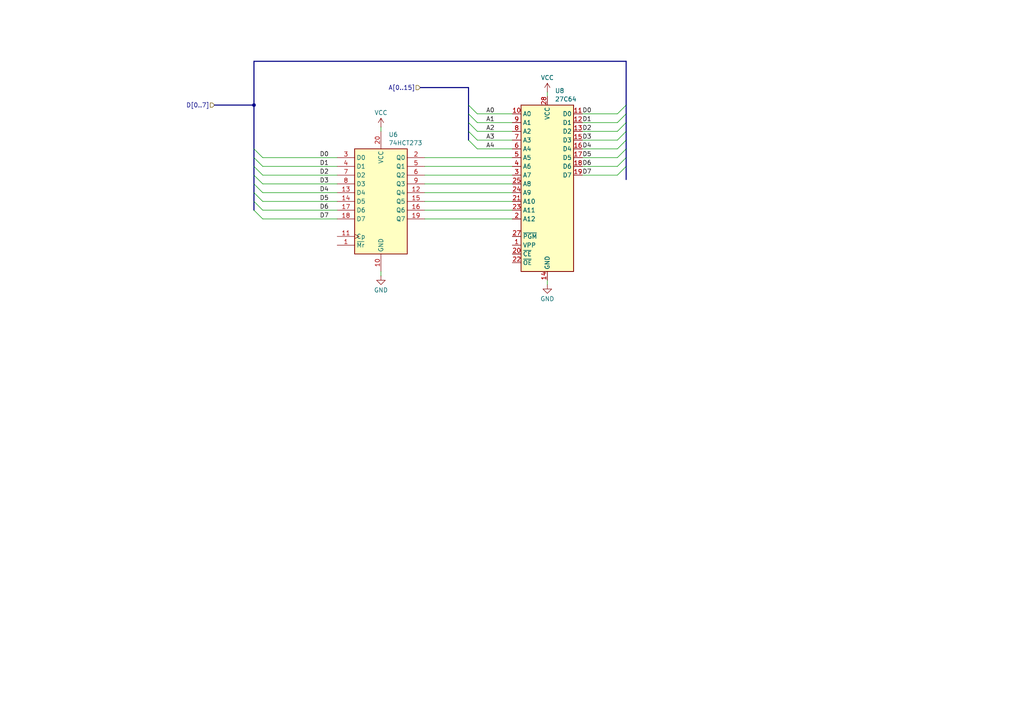
<source format=kicad_sch>
(kicad_sch
	(version 20250114)
	(generator "eeschema")
	(generator_version "9.0")
	(uuid "55a327ac-bdb0-4462-9316-9d92709fbd39")
	(paper "A4")
	(lib_symbols
		(symbol "74xx:74HCT273"
			(exclude_from_sim no)
			(in_bom yes)
			(on_board yes)
			(property "Reference" "U"
				(at -7.62 16.51 0)
				(effects
					(font
						(size 1.27 1.27)
					)
				)
			)
			(property "Value" "74HCT273"
				(at -7.62 -16.51 0)
				(effects
					(font
						(size 1.27 1.27)
					)
				)
			)
			(property "Footprint" ""
				(at 0 0 0)
				(effects
					(font
						(size 1.27 1.27)
					)
					(hide yes)
				)
			)
			(property "Datasheet" "https://assets.nexperia.com/documents/data-sheet/74HC_HCT273.pdf"
				(at 0 0 0)
				(effects
					(font
						(size 1.27 1.27)
					)
					(hide yes)
				)
			)
			(property "Description" "8-bit D Flip-Flop, reset"
				(at 0 0 0)
				(effects
					(font
						(size 1.27 1.27)
					)
					(hide yes)
				)
			)
			(property "ki_keywords" "HCTMOS DFF DFF8"
				(at 0 0 0)
				(effects
					(font
						(size 1.27 1.27)
					)
					(hide yes)
				)
			)
			(property "ki_fp_filters" "DIP?20* SO?20* SOIC?20*"
				(at 0 0 0)
				(effects
					(font
						(size 1.27 1.27)
					)
					(hide yes)
				)
			)
			(symbol "74HCT273_1_0"
				(pin input line
					(at -12.7 12.7 0)
					(length 5.08)
					(name "D0"
						(effects
							(font
								(size 1.27 1.27)
							)
						)
					)
					(number "3"
						(effects
							(font
								(size 1.27 1.27)
							)
						)
					)
				)
				(pin input line
					(at -12.7 10.16 0)
					(length 5.08)
					(name "D1"
						(effects
							(font
								(size 1.27 1.27)
							)
						)
					)
					(number "4"
						(effects
							(font
								(size 1.27 1.27)
							)
						)
					)
				)
				(pin input line
					(at -12.7 7.62 0)
					(length 5.08)
					(name "D2"
						(effects
							(font
								(size 1.27 1.27)
							)
						)
					)
					(number "7"
						(effects
							(font
								(size 1.27 1.27)
							)
						)
					)
				)
				(pin input line
					(at -12.7 5.08 0)
					(length 5.08)
					(name "D3"
						(effects
							(font
								(size 1.27 1.27)
							)
						)
					)
					(number "8"
						(effects
							(font
								(size 1.27 1.27)
							)
						)
					)
				)
				(pin input line
					(at -12.7 2.54 0)
					(length 5.08)
					(name "D4"
						(effects
							(font
								(size 1.27 1.27)
							)
						)
					)
					(number "13"
						(effects
							(font
								(size 1.27 1.27)
							)
						)
					)
				)
				(pin input line
					(at -12.7 0 0)
					(length 5.08)
					(name "D5"
						(effects
							(font
								(size 1.27 1.27)
							)
						)
					)
					(number "14"
						(effects
							(font
								(size 1.27 1.27)
							)
						)
					)
				)
				(pin input line
					(at -12.7 -2.54 0)
					(length 5.08)
					(name "D6"
						(effects
							(font
								(size 1.27 1.27)
							)
						)
					)
					(number "17"
						(effects
							(font
								(size 1.27 1.27)
							)
						)
					)
				)
				(pin input line
					(at -12.7 -5.08 0)
					(length 5.08)
					(name "D7"
						(effects
							(font
								(size 1.27 1.27)
							)
						)
					)
					(number "18"
						(effects
							(font
								(size 1.27 1.27)
							)
						)
					)
				)
				(pin input clock
					(at -12.7 -10.16 0)
					(length 5.08)
					(name "Cp"
						(effects
							(font
								(size 1.27 1.27)
							)
						)
					)
					(number "11"
						(effects
							(font
								(size 1.27 1.27)
							)
						)
					)
				)
				(pin input line
					(at -12.7 -12.7 0)
					(length 5.08)
					(name "~{Mr}"
						(effects
							(font
								(size 1.27 1.27)
							)
						)
					)
					(number "1"
						(effects
							(font
								(size 1.27 1.27)
							)
						)
					)
				)
				(pin power_in line
					(at 0 20.32 270)
					(length 5.08)
					(name "VCC"
						(effects
							(font
								(size 1.27 1.27)
							)
						)
					)
					(number "20"
						(effects
							(font
								(size 1.27 1.27)
							)
						)
					)
				)
				(pin power_in line
					(at 0 -20.32 90)
					(length 5.08)
					(name "GND"
						(effects
							(font
								(size 1.27 1.27)
							)
						)
					)
					(number "10"
						(effects
							(font
								(size 1.27 1.27)
							)
						)
					)
				)
				(pin output line
					(at 12.7 12.7 180)
					(length 5.08)
					(name "Q0"
						(effects
							(font
								(size 1.27 1.27)
							)
						)
					)
					(number "2"
						(effects
							(font
								(size 1.27 1.27)
							)
						)
					)
				)
				(pin output line
					(at 12.7 10.16 180)
					(length 5.08)
					(name "Q1"
						(effects
							(font
								(size 1.27 1.27)
							)
						)
					)
					(number "5"
						(effects
							(font
								(size 1.27 1.27)
							)
						)
					)
				)
				(pin output line
					(at 12.7 7.62 180)
					(length 5.08)
					(name "Q2"
						(effects
							(font
								(size 1.27 1.27)
							)
						)
					)
					(number "6"
						(effects
							(font
								(size 1.27 1.27)
							)
						)
					)
				)
				(pin output line
					(at 12.7 5.08 180)
					(length 5.08)
					(name "Q3"
						(effects
							(font
								(size 1.27 1.27)
							)
						)
					)
					(number "9"
						(effects
							(font
								(size 1.27 1.27)
							)
						)
					)
				)
				(pin output line
					(at 12.7 2.54 180)
					(length 5.08)
					(name "Q4"
						(effects
							(font
								(size 1.27 1.27)
							)
						)
					)
					(number "12"
						(effects
							(font
								(size 1.27 1.27)
							)
						)
					)
				)
				(pin output line
					(at 12.7 0 180)
					(length 5.08)
					(name "Q5"
						(effects
							(font
								(size 1.27 1.27)
							)
						)
					)
					(number "15"
						(effects
							(font
								(size 1.27 1.27)
							)
						)
					)
				)
				(pin output line
					(at 12.7 -2.54 180)
					(length 5.08)
					(name "Q6"
						(effects
							(font
								(size 1.27 1.27)
							)
						)
					)
					(number "16"
						(effects
							(font
								(size 1.27 1.27)
							)
						)
					)
				)
				(pin output line
					(at 12.7 -5.08 180)
					(length 5.08)
					(name "Q7"
						(effects
							(font
								(size 1.27 1.27)
							)
						)
					)
					(number "19"
						(effects
							(font
								(size 1.27 1.27)
							)
						)
					)
				)
			)
			(symbol "74HCT273_1_1"
				(rectangle
					(start -7.62 15.24)
					(end 7.62 -15.24)
					(stroke
						(width 0.254)
						(type default)
					)
					(fill
						(type background)
					)
				)
			)
			(embedded_fonts no)
		)
		(symbol "Memory_EPROM:27C64"
			(exclude_from_sim no)
			(in_bom yes)
			(on_board yes)
			(property "Reference" "U"
				(at -7.62 24.13 0)
				(effects
					(font
						(size 1.27 1.27)
					)
				)
			)
			(property "Value" "27C64"
				(at 2.54 -26.67 0)
				(effects
					(font
						(size 1.27 1.27)
					)
					(justify left)
				)
			)
			(property "Footprint" "Package_DIP:DIP-28_W15.24mm"
				(at 0 0 0)
				(effects
					(font
						(size 1.27 1.27)
					)
					(hide yes)
				)
			)
			(property "Datasheet" "http://ww1.microchip.com/downloads/en/DeviceDoc/11107M.pdf"
				(at 0 0 0)
				(effects
					(font
						(size 1.27 1.27)
					)
					(hide yes)
				)
			)
			(property "Description" "OTP EPROM 64 KiBit, [Obsolete 2004-01]"
				(at 0 0 0)
				(effects
					(font
						(size 1.27 1.27)
					)
					(hide yes)
				)
			)
			(property "ki_keywords" "OTP EPROM 64KiBit"
				(at 0 0 0)
				(effects
					(font
						(size 1.27 1.27)
					)
					(hide yes)
				)
			)
			(property "ki_fp_filters" "DIP*W15.24mm*"
				(at 0 0 0)
				(effects
					(font
						(size 1.27 1.27)
					)
					(hide yes)
				)
			)
			(symbol "27C64_1_1"
				(rectangle
					(start -7.62 22.86)
					(end 7.62 -25.4)
					(stroke
						(width 0.254)
						(type default)
					)
					(fill
						(type background)
					)
				)
				(pin input line
					(at -10.16 20.32 0)
					(length 2.54)
					(name "A0"
						(effects
							(font
								(size 1.27 1.27)
							)
						)
					)
					(number "10"
						(effects
							(font
								(size 1.27 1.27)
							)
						)
					)
				)
				(pin input line
					(at -10.16 17.78 0)
					(length 2.54)
					(name "A1"
						(effects
							(font
								(size 1.27 1.27)
							)
						)
					)
					(number "9"
						(effects
							(font
								(size 1.27 1.27)
							)
						)
					)
				)
				(pin input line
					(at -10.16 15.24 0)
					(length 2.54)
					(name "A2"
						(effects
							(font
								(size 1.27 1.27)
							)
						)
					)
					(number "8"
						(effects
							(font
								(size 1.27 1.27)
							)
						)
					)
				)
				(pin input line
					(at -10.16 12.7 0)
					(length 2.54)
					(name "A3"
						(effects
							(font
								(size 1.27 1.27)
							)
						)
					)
					(number "7"
						(effects
							(font
								(size 1.27 1.27)
							)
						)
					)
				)
				(pin input line
					(at -10.16 10.16 0)
					(length 2.54)
					(name "A4"
						(effects
							(font
								(size 1.27 1.27)
							)
						)
					)
					(number "6"
						(effects
							(font
								(size 1.27 1.27)
							)
						)
					)
				)
				(pin input line
					(at -10.16 7.62 0)
					(length 2.54)
					(name "A5"
						(effects
							(font
								(size 1.27 1.27)
							)
						)
					)
					(number "5"
						(effects
							(font
								(size 1.27 1.27)
							)
						)
					)
				)
				(pin input line
					(at -10.16 5.08 0)
					(length 2.54)
					(name "A6"
						(effects
							(font
								(size 1.27 1.27)
							)
						)
					)
					(number "4"
						(effects
							(font
								(size 1.27 1.27)
							)
						)
					)
				)
				(pin input line
					(at -10.16 2.54 0)
					(length 2.54)
					(name "A7"
						(effects
							(font
								(size 1.27 1.27)
							)
						)
					)
					(number "3"
						(effects
							(font
								(size 1.27 1.27)
							)
						)
					)
				)
				(pin input line
					(at -10.16 0 0)
					(length 2.54)
					(name "A8"
						(effects
							(font
								(size 1.27 1.27)
							)
						)
					)
					(number "25"
						(effects
							(font
								(size 1.27 1.27)
							)
						)
					)
				)
				(pin input line
					(at -10.16 -2.54 0)
					(length 2.54)
					(name "A9"
						(effects
							(font
								(size 1.27 1.27)
							)
						)
					)
					(number "24"
						(effects
							(font
								(size 1.27 1.27)
							)
						)
					)
				)
				(pin input line
					(at -10.16 -5.08 0)
					(length 2.54)
					(name "A10"
						(effects
							(font
								(size 1.27 1.27)
							)
						)
					)
					(number "21"
						(effects
							(font
								(size 1.27 1.27)
							)
						)
					)
				)
				(pin input line
					(at -10.16 -7.62 0)
					(length 2.54)
					(name "A11"
						(effects
							(font
								(size 1.27 1.27)
							)
						)
					)
					(number "23"
						(effects
							(font
								(size 1.27 1.27)
							)
						)
					)
				)
				(pin input line
					(at -10.16 -10.16 0)
					(length 2.54)
					(name "A12"
						(effects
							(font
								(size 1.27 1.27)
							)
						)
					)
					(number "2"
						(effects
							(font
								(size 1.27 1.27)
							)
						)
					)
				)
				(pin input line
					(at -10.16 -15.24 0)
					(length 2.54)
					(name "~{PGM}"
						(effects
							(font
								(size 1.27 1.27)
							)
						)
					)
					(number "27"
						(effects
							(font
								(size 1.27 1.27)
							)
						)
					)
				)
				(pin input line
					(at -10.16 -17.78 0)
					(length 2.54)
					(name "VPP"
						(effects
							(font
								(size 1.27 1.27)
							)
						)
					)
					(number "1"
						(effects
							(font
								(size 1.27 1.27)
							)
						)
					)
				)
				(pin input line
					(at -10.16 -20.32 0)
					(length 2.54)
					(name "~{CE}"
						(effects
							(font
								(size 1.27 1.27)
							)
						)
					)
					(number "20"
						(effects
							(font
								(size 1.27 1.27)
							)
						)
					)
				)
				(pin input line
					(at -10.16 -22.86 0)
					(length 2.54)
					(name "~{OE}"
						(effects
							(font
								(size 1.27 1.27)
							)
						)
					)
					(number "22"
						(effects
							(font
								(size 1.27 1.27)
							)
						)
					)
				)
				(pin power_in line
					(at 0 25.4 270)
					(length 2.54)
					(name "VCC"
						(effects
							(font
								(size 1.27 1.27)
							)
						)
					)
					(number "28"
						(effects
							(font
								(size 1.27 1.27)
							)
						)
					)
				)
				(pin power_in line
					(at 0 -27.94 90)
					(length 2.54)
					(name "GND"
						(effects
							(font
								(size 1.27 1.27)
							)
						)
					)
					(number "14"
						(effects
							(font
								(size 1.27 1.27)
							)
						)
					)
				)
				(pin no_connect line
					(at 7.62 0 180)
					(length 2.54)
					(hide yes)
					(name "NC"
						(effects
							(font
								(size 1.27 1.27)
							)
						)
					)
					(number "26"
						(effects
							(font
								(size 1.27 1.27)
							)
						)
					)
				)
				(pin tri_state line
					(at 10.16 20.32 180)
					(length 2.54)
					(name "D0"
						(effects
							(font
								(size 1.27 1.27)
							)
						)
					)
					(number "11"
						(effects
							(font
								(size 1.27 1.27)
							)
						)
					)
				)
				(pin tri_state line
					(at 10.16 17.78 180)
					(length 2.54)
					(name "D1"
						(effects
							(font
								(size 1.27 1.27)
							)
						)
					)
					(number "12"
						(effects
							(font
								(size 1.27 1.27)
							)
						)
					)
				)
				(pin tri_state line
					(at 10.16 15.24 180)
					(length 2.54)
					(name "D2"
						(effects
							(font
								(size 1.27 1.27)
							)
						)
					)
					(number "13"
						(effects
							(font
								(size 1.27 1.27)
							)
						)
					)
				)
				(pin tri_state line
					(at 10.16 12.7 180)
					(length 2.54)
					(name "D3"
						(effects
							(font
								(size 1.27 1.27)
							)
						)
					)
					(number "15"
						(effects
							(font
								(size 1.27 1.27)
							)
						)
					)
				)
				(pin tri_state line
					(at 10.16 10.16 180)
					(length 2.54)
					(name "D4"
						(effects
							(font
								(size 1.27 1.27)
							)
						)
					)
					(number "16"
						(effects
							(font
								(size 1.27 1.27)
							)
						)
					)
				)
				(pin tri_state line
					(at 10.16 7.62 180)
					(length 2.54)
					(name "D5"
						(effects
							(font
								(size 1.27 1.27)
							)
						)
					)
					(number "17"
						(effects
							(font
								(size 1.27 1.27)
							)
						)
					)
				)
				(pin tri_state line
					(at 10.16 5.08 180)
					(length 2.54)
					(name "D6"
						(effects
							(font
								(size 1.27 1.27)
							)
						)
					)
					(number "18"
						(effects
							(font
								(size 1.27 1.27)
							)
						)
					)
				)
				(pin tri_state line
					(at 10.16 2.54 180)
					(length 2.54)
					(name "D7"
						(effects
							(font
								(size 1.27 1.27)
							)
						)
					)
					(number "19"
						(effects
							(font
								(size 1.27 1.27)
							)
						)
					)
				)
			)
			(embedded_fonts no)
		)
		(symbol "power:GND"
			(power)
			(pin_numbers
				(hide yes)
			)
			(pin_names
				(offset 0)
				(hide yes)
			)
			(exclude_from_sim no)
			(in_bom yes)
			(on_board yes)
			(property "Reference" "#PWR"
				(at 0 -6.35 0)
				(effects
					(font
						(size 1.27 1.27)
					)
					(hide yes)
				)
			)
			(property "Value" "GND"
				(at 0 -3.81 0)
				(effects
					(font
						(size 1.27 1.27)
					)
				)
			)
			(property "Footprint" ""
				(at 0 0 0)
				(effects
					(font
						(size 1.27 1.27)
					)
					(hide yes)
				)
			)
			(property "Datasheet" ""
				(at 0 0 0)
				(effects
					(font
						(size 1.27 1.27)
					)
					(hide yes)
				)
			)
			(property "Description" "Power symbol creates a global label with name \"GND\" , ground"
				(at 0 0 0)
				(effects
					(font
						(size 1.27 1.27)
					)
					(hide yes)
				)
			)
			(property "ki_keywords" "global power"
				(at 0 0 0)
				(effects
					(font
						(size 1.27 1.27)
					)
					(hide yes)
				)
			)
			(symbol "GND_0_1"
				(polyline
					(pts
						(xy 0 0) (xy 0 -1.27) (xy 1.27 -1.27) (xy 0 -2.54) (xy -1.27 -1.27) (xy 0 -1.27)
					)
					(stroke
						(width 0)
						(type default)
					)
					(fill
						(type none)
					)
				)
			)
			(symbol "GND_1_1"
				(pin power_in line
					(at 0 0 270)
					(length 0)
					(name "~"
						(effects
							(font
								(size 1.27 1.27)
							)
						)
					)
					(number "1"
						(effects
							(font
								(size 1.27 1.27)
							)
						)
					)
				)
			)
			(embedded_fonts no)
		)
		(symbol "power:VCC"
			(power)
			(pin_numbers
				(hide yes)
			)
			(pin_names
				(offset 0)
				(hide yes)
			)
			(exclude_from_sim no)
			(in_bom yes)
			(on_board yes)
			(property "Reference" "#PWR"
				(at 0 -3.81 0)
				(effects
					(font
						(size 1.27 1.27)
					)
					(hide yes)
				)
			)
			(property "Value" "VCC"
				(at 0 3.556 0)
				(effects
					(font
						(size 1.27 1.27)
					)
				)
			)
			(property "Footprint" ""
				(at 0 0 0)
				(effects
					(font
						(size 1.27 1.27)
					)
					(hide yes)
				)
			)
			(property "Datasheet" ""
				(at 0 0 0)
				(effects
					(font
						(size 1.27 1.27)
					)
					(hide yes)
				)
			)
			(property "Description" "Power symbol creates a global label with name \"VCC\""
				(at 0 0 0)
				(effects
					(font
						(size 1.27 1.27)
					)
					(hide yes)
				)
			)
			(property "ki_keywords" "global power"
				(at 0 0 0)
				(effects
					(font
						(size 1.27 1.27)
					)
					(hide yes)
				)
			)
			(symbol "VCC_0_1"
				(polyline
					(pts
						(xy -0.762 1.27) (xy 0 2.54)
					)
					(stroke
						(width 0)
						(type default)
					)
					(fill
						(type none)
					)
				)
				(polyline
					(pts
						(xy 0 2.54) (xy 0.762 1.27)
					)
					(stroke
						(width 0)
						(type default)
					)
					(fill
						(type none)
					)
				)
				(polyline
					(pts
						(xy 0 0) (xy 0 2.54)
					)
					(stroke
						(width 0)
						(type default)
					)
					(fill
						(type none)
					)
				)
			)
			(symbol "VCC_1_1"
				(pin power_in line
					(at 0 0 90)
					(length 0)
					(name "~"
						(effects
							(font
								(size 1.27 1.27)
							)
						)
					)
					(number "1"
						(effects
							(font
								(size 1.27 1.27)
							)
						)
					)
				)
			)
			(embedded_fonts no)
		)
	)
	(junction
		(at 73.66 30.48)
		(diameter 0)
		(color 0 0 0 0)
		(uuid "5dc3b9e2-be59-4425-ab11-72476b45cdbf")
	)
	(bus_entry
		(at 181.61 40.64)
		(size -2.54 2.54)
		(stroke
			(width 0)
			(type default)
		)
		(uuid "1139f042-417a-4295-ac27-32525ee99911")
	)
	(bus_entry
		(at 73.66 45.72)
		(size 2.54 2.54)
		(stroke
			(width 0)
			(type default)
		)
		(uuid "1a037c52-5f2f-43cb-ba2b-73b52bdc0068")
	)
	(bus_entry
		(at 73.66 48.26)
		(size 2.54 2.54)
		(stroke
			(width 0)
			(type default)
		)
		(uuid "3213cfe7-49cb-41bb-88d5-2f7fe840cb10")
	)
	(bus_entry
		(at 73.66 50.8)
		(size 2.54 2.54)
		(stroke
			(width 0)
			(type default)
		)
		(uuid "32553a8c-e7c7-4f89-8b6b-054424ab1d7a")
	)
	(bus_entry
		(at 135.89 40.64)
		(size 2.54 2.54)
		(stroke
			(width 0)
			(type default)
		)
		(uuid "55b2beee-bd00-4702-8d9e-5c455d4145c0")
	)
	(bus_entry
		(at 73.66 60.96)
		(size 2.54 2.54)
		(stroke
			(width 0)
			(type default)
		)
		(uuid "565b919f-aaba-4b32-a297-c4152a974123")
	)
	(bus_entry
		(at 73.66 43.18)
		(size 2.54 2.54)
		(stroke
			(width 0)
			(type default)
		)
		(uuid "5ba68943-ca90-433f-bca4-679731b7e9ee")
	)
	(bus_entry
		(at 73.66 53.34)
		(size 2.54 2.54)
		(stroke
			(width 0)
			(type default)
		)
		(uuid "7acbd756-6476-49d5-99c8-da52d3f5d609")
	)
	(bus_entry
		(at 181.61 30.48)
		(size -2.54 2.54)
		(stroke
			(width 0)
			(type default)
		)
		(uuid "824bf5c2-d00d-4629-9e63-5425b4d55d4a")
	)
	(bus_entry
		(at 181.61 43.18)
		(size -2.54 2.54)
		(stroke
			(width 0)
			(type default)
		)
		(uuid "8ef8d8f9-6fb8-4244-87ea-526a90548d30")
	)
	(bus_entry
		(at 73.66 55.88)
		(size 2.54 2.54)
		(stroke
			(width 0)
			(type default)
		)
		(uuid "904592cc-b10f-4159-a52c-6e4ab6c661d0")
	)
	(bus_entry
		(at 135.89 35.56)
		(size 2.54 2.54)
		(stroke
			(width 0)
			(type default)
		)
		(uuid "90b0f84f-6f82-45f3-b430-c9a72548f7c0")
	)
	(bus_entry
		(at 135.89 30.48)
		(size 2.54 2.54)
		(stroke
			(width 0)
			(type default)
		)
		(uuid "b5692480-5d2b-49c9-bf55-cc59870851a4")
	)
	(bus_entry
		(at 181.61 38.1)
		(size -2.54 2.54)
		(stroke
			(width 0)
			(type default)
		)
		(uuid "c623af46-c6eb-4371-a371-1c1aff9a6ff9")
	)
	(bus_entry
		(at 181.61 33.02)
		(size -2.54 2.54)
		(stroke
			(width 0)
			(type default)
		)
		(uuid "d2f60576-e33d-4788-bfd7-89010b6491c6")
	)
	(bus_entry
		(at 181.61 48.26)
		(size -2.54 2.54)
		(stroke
			(width 0)
			(type default)
		)
		(uuid "d3fabcf0-3b13-4e1c-ab42-086d103311f2")
	)
	(bus_entry
		(at 135.89 38.1)
		(size 2.54 2.54)
		(stroke
			(width 0)
			(type default)
		)
		(uuid "e2bf4131-f3b6-4ad4-9fcd-72c4ae4adaa2")
	)
	(bus_entry
		(at 73.66 58.42)
		(size 2.54 2.54)
		(stroke
			(width 0)
			(type default)
		)
		(uuid "e33db34c-f0fd-47b9-8656-b8e7d3dbb8ee")
	)
	(bus_entry
		(at 181.61 45.72)
		(size -2.54 2.54)
		(stroke
			(width 0)
			(type default)
		)
		(uuid "ee5654d2-5e0f-4bb5-bb94-74c2bad0558d")
	)
	(bus_entry
		(at 135.89 33.02)
		(size 2.54 2.54)
		(stroke
			(width 0)
			(type default)
		)
		(uuid "f3a3d334-bc6d-4bf3-825b-8434bad9d960")
	)
	(bus_entry
		(at 181.61 35.56)
		(size -2.54 2.54)
		(stroke
			(width 0)
			(type default)
		)
		(uuid "fb40b062-a420-4139-8c29-b3a4a29633d8")
	)
	(wire
		(pts
			(xy 123.19 50.8) (xy 148.59 50.8)
		)
		(stroke
			(width 0)
			(type default)
		)
		(uuid "001b235b-db7f-4769-8976-c17722413685")
	)
	(wire
		(pts
			(xy 123.19 58.42) (xy 148.59 58.42)
		)
		(stroke
			(width 0)
			(type default)
		)
		(uuid "0436568b-a316-4e33-bd05-71e19255c689")
	)
	(wire
		(pts
			(xy 76.2 58.42) (xy 97.79 58.42)
		)
		(stroke
			(width 0)
			(type default)
		)
		(uuid "047d5b93-548f-4fe8-ad04-93042a0b520d")
	)
	(bus
		(pts
			(xy 121.92 25.4) (xy 135.89 25.4)
		)
		(stroke
			(width 0)
			(type default)
		)
		(uuid "05281e19-f6d2-4348-be63-97a6b247ac77")
	)
	(wire
		(pts
			(xy 123.19 63.5) (xy 148.59 63.5)
		)
		(stroke
			(width 0)
			(type default)
		)
		(uuid "06f1be66-d667-49a9-8c9a-68b66b6ccb8a")
	)
	(bus
		(pts
			(xy 181.61 35.56) (xy 181.61 33.02)
		)
		(stroke
			(width 0)
			(type default)
		)
		(uuid "0f8a45bf-b306-43e4-8f41-d0bd5c05f99e")
	)
	(bus
		(pts
			(xy 135.89 40.64) (xy 135.89 38.1)
		)
		(stroke
			(width 0)
			(type default)
		)
		(uuid "1b119a81-af68-4e90-aa26-99da7b00e6c3")
	)
	(wire
		(pts
			(xy 158.75 26.67) (xy 158.75 27.94)
		)
		(stroke
			(width 0)
			(type default)
		)
		(uuid "1c3b7145-1070-4a3c-96b3-610033c5ed5e")
	)
	(wire
		(pts
			(xy 110.49 36.83) (xy 110.49 38.1)
		)
		(stroke
			(width 0)
			(type default)
		)
		(uuid "206211f2-76a3-4b11-94f9-f2fea001240a")
	)
	(wire
		(pts
			(xy 76.2 60.96) (xy 97.79 60.96)
		)
		(stroke
			(width 0)
			(type default)
		)
		(uuid "27ecdc30-a8c5-40ed-8139-ab465ffd6cd3")
	)
	(wire
		(pts
			(xy 123.19 55.88) (xy 148.59 55.88)
		)
		(stroke
			(width 0)
			(type default)
		)
		(uuid "2a50fcff-073b-4610-8d88-689219751f56")
	)
	(wire
		(pts
			(xy 158.75 81.28) (xy 158.75 82.55)
		)
		(stroke
			(width 0)
			(type default)
		)
		(uuid "2ffb427e-647c-400e-90b7-4346491fa57d")
	)
	(wire
		(pts
			(xy 76.2 63.5) (xy 97.79 63.5)
		)
		(stroke
			(width 0)
			(type default)
		)
		(uuid "30238e7b-1655-4da0-b3db-dbba45d6a778")
	)
	(wire
		(pts
			(xy 168.91 38.1) (xy 179.07 38.1)
		)
		(stroke
			(width 0)
			(type default)
		)
		(uuid "32ebf18e-abe7-46c7-8dd6-aee2c96ec8fb")
	)
	(wire
		(pts
			(xy 76.2 45.72) (xy 97.79 45.72)
		)
		(stroke
			(width 0)
			(type default)
		)
		(uuid "368b8461-11d4-43fe-9cf2-731cca49081a")
	)
	(bus
		(pts
			(xy 73.66 48.26) (xy 73.66 45.72)
		)
		(stroke
			(width 0)
			(type default)
		)
		(uuid "3b0a1deb-7972-4625-bbc6-c03c5f1c7823")
	)
	(bus
		(pts
			(xy 62.23 30.48) (xy 73.66 30.48)
		)
		(stroke
			(width 0)
			(type default)
		)
		(uuid "3c8f90fd-ee76-4272-8978-9f2825d29c64")
	)
	(wire
		(pts
			(xy 76.2 50.8) (xy 97.79 50.8)
		)
		(stroke
			(width 0)
			(type default)
		)
		(uuid "4cb0e955-6e5e-4df2-bcbc-9b8a33548788")
	)
	(wire
		(pts
			(xy 76.2 53.34) (xy 97.79 53.34)
		)
		(stroke
			(width 0)
			(type default)
		)
		(uuid "592c31f5-1276-4a5e-8c23-c0e90769cee7")
	)
	(wire
		(pts
			(xy 138.43 40.64) (xy 148.59 40.64)
		)
		(stroke
			(width 0)
			(type default)
		)
		(uuid "5d77dbf4-85e2-4009-aab7-ec4a2cc24aa2")
	)
	(bus
		(pts
			(xy 181.61 52.07) (xy 181.61 48.26)
		)
		(stroke
			(width 0)
			(type default)
		)
		(uuid "66452c53-fde9-4b71-9963-ad5445cb6701")
	)
	(wire
		(pts
			(xy 168.91 35.56) (xy 179.07 35.56)
		)
		(stroke
			(width 0)
			(type default)
		)
		(uuid "6b4b9bc2-d489-4cef-9975-0665656a5fd4")
	)
	(bus
		(pts
			(xy 73.66 53.34) (xy 73.66 50.8)
		)
		(stroke
			(width 0)
			(type default)
		)
		(uuid "6bbb7748-a628-4a84-ad4c-2acaeedb39b3")
	)
	(bus
		(pts
			(xy 181.61 40.64) (xy 181.61 38.1)
		)
		(stroke
			(width 0)
			(type default)
		)
		(uuid "748f8ade-6c9a-4c29-b96b-5f105055ad53")
	)
	(bus
		(pts
			(xy 135.89 30.48) (xy 135.89 25.4)
		)
		(stroke
			(width 0)
			(type default)
		)
		(uuid "752c0367-2674-4314-9c79-818721057174")
	)
	(wire
		(pts
			(xy 168.91 33.02) (xy 179.07 33.02)
		)
		(stroke
			(width 0)
			(type default)
		)
		(uuid "89191f23-6bab-4735-9a7a-c78b1a96b1b7")
	)
	(wire
		(pts
			(xy 168.91 43.18) (xy 179.07 43.18)
		)
		(stroke
			(width 0)
			(type default)
		)
		(uuid "8addcf8c-d3b3-45ec-900d-824f0a318b39")
	)
	(bus
		(pts
			(xy 181.61 30.48) (xy 181.61 17.78)
		)
		(stroke
			(width 0)
			(type default)
		)
		(uuid "8c7754af-b839-4143-89a5-37280392edbd")
	)
	(wire
		(pts
			(xy 138.43 43.18) (xy 148.59 43.18)
		)
		(stroke
			(width 0)
			(type default)
		)
		(uuid "8c85b553-02f2-421f-9e5f-9bfffaf374a7")
	)
	(bus
		(pts
			(xy 73.66 17.78) (xy 73.66 30.48)
		)
		(stroke
			(width 0)
			(type default)
		)
		(uuid "8ff01135-eca8-46aa-b1d7-23ca43c2d4de")
	)
	(wire
		(pts
			(xy 138.43 38.1) (xy 148.59 38.1)
		)
		(stroke
			(width 0)
			(type default)
		)
		(uuid "9412f5a9-532a-44ef-8e96-b830f38ef304")
	)
	(bus
		(pts
			(xy 73.66 58.42) (xy 73.66 55.88)
		)
		(stroke
			(width 0)
			(type default)
		)
		(uuid "97a3b9f3-bd3d-41f1-ab65-4b3a40f07a1b")
	)
	(bus
		(pts
			(xy 181.61 17.78) (xy 73.66 17.78)
		)
		(stroke
			(width 0)
			(type default)
		)
		(uuid "a175a7b2-c0bb-4be8-b165-bb53bea092f1")
	)
	(bus
		(pts
			(xy 135.89 35.56) (xy 135.89 33.02)
		)
		(stroke
			(width 0)
			(type default)
		)
		(uuid "a974a3d2-e54d-446e-ba47-a5227b7e2202")
	)
	(bus
		(pts
			(xy 181.61 33.02) (xy 181.61 30.48)
		)
		(stroke
			(width 0)
			(type default)
		)
		(uuid "b5fa38e4-917b-46b8-944b-074aedeb9233")
	)
	(bus
		(pts
			(xy 73.66 45.72) (xy 73.66 43.18)
		)
		(stroke
			(width 0)
			(type default)
		)
		(uuid "b6a6ad6f-ffae-4b5e-9188-815addded225")
	)
	(wire
		(pts
			(xy 138.43 33.02) (xy 148.59 33.02)
		)
		(stroke
			(width 0)
			(type default)
		)
		(uuid "b86926eb-0cbb-4c18-8085-93299bf3d3b3")
	)
	(wire
		(pts
			(xy 123.19 53.34) (xy 148.59 53.34)
		)
		(stroke
			(width 0)
			(type default)
		)
		(uuid "b881eb3e-b5b6-49ce-ada2-a054139965f5")
	)
	(bus
		(pts
			(xy 73.66 60.96) (xy 73.66 58.42)
		)
		(stroke
			(width 0)
			(type default)
		)
		(uuid "b94436ee-d6c7-429a-a13b-8a9a006d2e4b")
	)
	(bus
		(pts
			(xy 181.61 43.18) (xy 181.61 40.64)
		)
		(stroke
			(width 0)
			(type default)
		)
		(uuid "c2690b26-0d66-46b8-9489-45a8f30e27ec")
	)
	(wire
		(pts
			(xy 110.49 78.74) (xy 110.49 80.01)
		)
		(stroke
			(width 0)
			(type default)
		)
		(uuid "d049580c-16fa-46ca-b434-56f23f2d629b")
	)
	(wire
		(pts
			(xy 123.19 48.26) (xy 148.59 48.26)
		)
		(stroke
			(width 0)
			(type default)
		)
		(uuid "d068ae0c-6c5e-4cad-afa5-6992d8e2bf48")
	)
	(wire
		(pts
			(xy 168.91 45.72) (xy 179.07 45.72)
		)
		(stroke
			(width 0)
			(type default)
		)
		(uuid "d182a066-258d-47d8-a3de-3667dc533d19")
	)
	(wire
		(pts
			(xy 168.91 48.26) (xy 179.07 48.26)
		)
		(stroke
			(width 0)
			(type default)
		)
		(uuid "d27831cd-5bea-411f-a684-30078b1abda0")
	)
	(bus
		(pts
			(xy 135.89 38.1) (xy 135.89 35.56)
		)
		(stroke
			(width 0)
			(type default)
		)
		(uuid "d2f3a5ea-304d-4109-adee-6f172347ce92")
	)
	(bus
		(pts
			(xy 73.66 50.8) (xy 73.66 48.26)
		)
		(stroke
			(width 0)
			(type default)
		)
		(uuid "d41926d3-94d3-4bef-b24d-f5cc7da165b3")
	)
	(bus
		(pts
			(xy 135.89 33.02) (xy 135.89 30.48)
		)
		(stroke
			(width 0)
			(type default)
		)
		(uuid "d4740b5e-f586-4de2-9370-8c96cc7e5cb7")
	)
	(wire
		(pts
			(xy 168.91 40.64) (xy 179.07 40.64)
		)
		(stroke
			(width 0)
			(type default)
		)
		(uuid "d6ba1512-2074-4108-b97f-d33a7f0c767e")
	)
	(bus
		(pts
			(xy 181.61 38.1) (xy 181.61 35.56)
		)
		(stroke
			(width 0)
			(type default)
		)
		(uuid "dfe71269-fc55-4373-92ae-72c8b0a7821b")
	)
	(wire
		(pts
			(xy 76.2 55.88) (xy 97.79 55.88)
		)
		(stroke
			(width 0)
			(type default)
		)
		(uuid "e31498be-fde5-44fd-bbb2-7dbe0c0b62ad")
	)
	(bus
		(pts
			(xy 181.61 45.72) (xy 181.61 43.18)
		)
		(stroke
			(width 0)
			(type default)
		)
		(uuid "e3a5a23f-5812-4da3-b0f1-a01888598c9b")
	)
	(wire
		(pts
			(xy 123.19 45.72) (xy 148.59 45.72)
		)
		(stroke
			(width 0)
			(type default)
		)
		(uuid "e43a381b-e2c3-4160-963c-9f2683ce18f8")
	)
	(wire
		(pts
			(xy 76.2 48.26) (xy 97.79 48.26)
		)
		(stroke
			(width 0)
			(type default)
		)
		(uuid "e4419517-9392-4962-9b16-4282eac4482d")
	)
	(wire
		(pts
			(xy 138.43 35.56) (xy 148.59 35.56)
		)
		(stroke
			(width 0)
			(type default)
		)
		(uuid "e53e9e68-5506-4baf-80ea-b5727d2e2d95")
	)
	(wire
		(pts
			(xy 123.19 60.96) (xy 148.59 60.96)
		)
		(stroke
			(width 0)
			(type default)
		)
		(uuid "e82054b9-ae63-4b8a-946b-a0f6e4605d39")
	)
	(bus
		(pts
			(xy 73.66 55.88) (xy 73.66 53.34)
		)
		(stroke
			(width 0)
			(type default)
		)
		(uuid "e9b2e7b7-e2d4-45f7-a20e-6a42b188393c")
	)
	(bus
		(pts
			(xy 73.66 43.18) (xy 73.66 30.48)
		)
		(stroke
			(width 0)
			(type default)
		)
		(uuid "f31e6526-1865-42b6-8588-c52fe859e792")
	)
	(bus
		(pts
			(xy 181.61 48.26) (xy 181.61 45.72)
		)
		(stroke
			(width 0)
			(type default)
		)
		(uuid "f61baddd-ce1d-47c3-9939-28319930fa6c")
	)
	(wire
		(pts
			(xy 168.91 50.8) (xy 179.07 50.8)
		)
		(stroke
			(width 0)
			(type default)
		)
		(uuid "fa384bf9-44b0-419d-99e7-15fe0e3270f0")
	)
	(label "D1"
		(at 92.71 48.26 0)
		(effects
			(font
				(size 1.27 1.27)
			)
			(justify left bottom)
		)
		(uuid "09871be7-8ef1-4440-a001-6d094dc87173")
	)
	(label "A1"
		(at 140.97 35.56 0)
		(effects
			(font
				(size 1.27 1.27)
			)
			(justify left bottom)
		)
		(uuid "0eed1347-694f-4b28-a989-873d231274bf")
	)
	(label "A0"
		(at 140.97 33.02 0)
		(effects
			(font
				(size 1.27 1.27)
			)
			(justify left bottom)
		)
		(uuid "213fce7b-3fce-457f-82ff-02b77307ef55")
	)
	(label "D7"
		(at 92.71 63.5 0)
		(effects
			(font
				(size 1.27 1.27)
			)
			(justify left bottom)
		)
		(uuid "399c5c33-f848-43fd-a561-528e537f12f1")
	)
	(label "D2"
		(at 168.91 38.1 0)
		(effects
			(font
				(size 1.27 1.27)
			)
			(justify left bottom)
		)
		(uuid "3b28ae1a-25dd-4c81-9ce9-4ca84797d7d3")
	)
	(label "D6"
		(at 92.71 60.96 0)
		(effects
			(font
				(size 1.27 1.27)
			)
			(justify left bottom)
		)
		(uuid "4c6d19e1-597f-4d8e-8462-98b4c2d3c61c")
	)
	(label "D1"
		(at 168.91 35.56 0)
		(effects
			(font
				(size 1.27 1.27)
			)
			(justify left bottom)
		)
		(uuid "5d7a2930-e112-4f3d-b417-ce5cd121f2c0")
	)
	(label "D0"
		(at 168.91 33.02 0)
		(effects
			(font
				(size 1.27 1.27)
			)
			(justify left bottom)
		)
		(uuid "5d8b3fad-1fff-4849-8403-fd77276aa43c")
	)
	(label "D4"
		(at 92.71 55.88 0)
		(effects
			(font
				(size 1.27 1.27)
			)
			(justify left bottom)
		)
		(uuid "7a887363-b438-4223-a519-b03df3751fbd")
	)
	(label "D6"
		(at 168.91 48.26 0)
		(effects
			(font
				(size 1.27 1.27)
			)
			(justify left bottom)
		)
		(uuid "80ac72ff-fedf-4067-88ff-8c69af29e72e")
	)
	(label "D0"
		(at 92.71 45.72 0)
		(effects
			(font
				(size 1.27 1.27)
			)
			(justify left bottom)
		)
		(uuid "915c13ca-9f53-4783-ac5c-f07a753c09c5")
	)
	(label "D3"
		(at 168.91 40.64 0)
		(effects
			(font
				(size 1.27 1.27)
			)
			(justify left bottom)
		)
		(uuid "929b3426-fa09-4cb6-8e8e-74ca413acf34")
	)
	(label "D5"
		(at 168.91 45.72 0)
		(effects
			(font
				(size 1.27 1.27)
			)
			(justify left bottom)
		)
		(uuid "bb515312-916f-4033-abe0-b37e7b5b69ed")
	)
	(label "D4"
		(at 168.91 43.18 0)
		(effects
			(font
				(size 1.27 1.27)
			)
			(justify left bottom)
		)
		(uuid "bef2e561-29c5-4f55-ac39-f80b1ed2bd26")
	)
	(label "D7"
		(at 168.91 50.8 0)
		(effects
			(font
				(size 1.27 1.27)
			)
			(justify left bottom)
		)
		(uuid "c701557c-464b-47a4-bb92-8072aecbe719")
	)
	(label "D3"
		(at 92.71 53.34 0)
		(effects
			(font
				(size 1.27 1.27)
			)
			(justify left bottom)
		)
		(uuid "c73979d0-18a8-4fba-ac2a-0ce330ee660a")
	)
	(label "A4"
		(at 140.97 43.18 0)
		(effects
			(font
				(size 1.27 1.27)
			)
			(justify left bottom)
		)
		(uuid "e0bbe905-b806-4298-8e36-1db8459c5aef")
	)
	(label "A2"
		(at 140.97 38.1 0)
		(effects
			(font
				(size 1.27 1.27)
			)
			(justify left bottom)
		)
		(uuid "e53835de-5d45-4776-b4a4-5ae3ae387885")
	)
	(label "D5"
		(at 92.71 58.42 0)
		(effects
			(font
				(size 1.27 1.27)
			)
			(justify left bottom)
		)
		(uuid "f1c149ec-de2f-40ba-9eff-ebb262171869")
	)
	(label "D2"
		(at 92.71 50.8 0)
		(effects
			(font
				(size 1.27 1.27)
			)
			(justify left bottom)
		)
		(uuid "f3b2805f-f20b-4894-9e18-7eab4d542db2")
	)
	(label "A3"
		(at 140.97 40.64 0)
		(effects
			(font
				(size 1.27 1.27)
			)
			(justify left bottom)
		)
		(uuid "fbc89e38-4ca2-4cc1-9ab2-09ad81fda4c0")
	)
	(hierarchical_label "A[0..15]"
		(shape input)
		(at 121.92 25.4 180)
		(effects
			(font
				(size 1.27 1.27)
			)
			(justify right)
		)
		(uuid "86cadeed-d55c-4c88-bd97-68aff5e3c912")
	)
	(hierarchical_label "D[0..7]"
		(shape input)
		(at 62.23 30.48 180)
		(effects
			(font
				(size 1.27 1.27)
			)
			(justify right)
		)
		(uuid "8a543969-fe3d-4240-9459-47f3788cbbf3")
	)
	(symbol
		(lib_id "power:GND")
		(at 158.75 82.55 0)
		(unit 1)
		(exclude_from_sim no)
		(in_bom yes)
		(on_board yes)
		(dnp no)
		(fields_autoplaced yes)
		(uuid "0cea137e-bd1a-492f-b1e6-e909e2914c14")
		(property "Reference" "#PWR030"
			(at 158.75 88.9 0)
			(effects
				(font
					(size 1.27 1.27)
				)
				(hide yes)
			)
		)
		(property "Value" "GND"
			(at 158.75 86.6831 0)
			(effects
				(font
					(size 1.27 1.27)
				)
			)
		)
		(property "Footprint" ""
			(at 158.75 82.55 0)
			(effects
				(font
					(size 1.27 1.27)
				)
				(hide yes)
			)
		)
		(property "Datasheet" ""
			(at 158.75 82.55 0)
			(effects
				(font
					(size 1.27 1.27)
				)
				(hide yes)
			)
		)
		(property "Description" "Power symbol creates a global label with name \"GND\" , ground"
			(at 158.75 82.55 0)
			(effects
				(font
					(size 1.27 1.27)
				)
				(hide yes)
			)
		)
		(pin "1"
			(uuid "be5412fa-917c-423f-a1c2-1e525c2ece32")
		)
		(instances
			(project "videoexpansioncard-vdc"
				(path "/6967adfa-409d-4aeb-9392-eb7b179a9216/fb0e4ecd-3ba9-4300-903b-d3aae210e465"
					(reference "#PWR030")
					(unit 1)
				)
			)
		)
	)
	(symbol
		(lib_id "power:VCC")
		(at 110.49 36.83 0)
		(unit 1)
		(exclude_from_sim no)
		(in_bom yes)
		(on_board yes)
		(dnp no)
		(fields_autoplaced yes)
		(uuid "298ba29c-adf7-4143-9326-3fc4d5c973d6")
		(property "Reference" "#PWR027"
			(at 110.49 40.64 0)
			(effects
				(font
					(size 1.27 1.27)
				)
				(hide yes)
			)
		)
		(property "Value" "VCC"
			(at 110.49 32.6969 0)
			(effects
				(font
					(size 1.27 1.27)
				)
			)
		)
		(property "Footprint" ""
			(at 110.49 36.83 0)
			(effects
				(font
					(size 1.27 1.27)
				)
				(hide yes)
			)
		)
		(property "Datasheet" ""
			(at 110.49 36.83 0)
			(effects
				(font
					(size 1.27 1.27)
				)
				(hide yes)
			)
		)
		(property "Description" "Power symbol creates a global label with name \"VCC\""
			(at 110.49 36.83 0)
			(effects
				(font
					(size 1.27 1.27)
				)
				(hide yes)
			)
		)
		(pin "1"
			(uuid "8a7c0bd2-bbd2-44b0-afa8-31a79e05a813")
		)
		(instances
			(project "videoexpansioncard-vdc"
				(path "/6967adfa-409d-4aeb-9392-eb7b179a9216/fb0e4ecd-3ba9-4300-903b-d3aae210e465"
					(reference "#PWR027")
					(unit 1)
				)
			)
		)
	)
	(symbol
		(lib_id "power:VCC")
		(at 158.75 26.67 0)
		(unit 1)
		(exclude_from_sim no)
		(in_bom yes)
		(on_board yes)
		(dnp no)
		(fields_autoplaced yes)
		(uuid "6b7ad5a9-6d00-4889-aae3-4008c7dd5ab7")
		(property "Reference" "#PWR028"
			(at 158.75 30.48 0)
			(effects
				(font
					(size 1.27 1.27)
				)
				(hide yes)
			)
		)
		(property "Value" "VCC"
			(at 158.75 22.5369 0)
			(effects
				(font
					(size 1.27 1.27)
				)
			)
		)
		(property "Footprint" ""
			(at 158.75 26.67 0)
			(effects
				(font
					(size 1.27 1.27)
				)
				(hide yes)
			)
		)
		(property "Datasheet" ""
			(at 158.75 26.67 0)
			(effects
				(font
					(size 1.27 1.27)
				)
				(hide yes)
			)
		)
		(property "Description" "Power symbol creates a global label with name \"VCC\""
			(at 158.75 26.67 0)
			(effects
				(font
					(size 1.27 1.27)
				)
				(hide yes)
			)
		)
		(pin "1"
			(uuid "680b1fe8-6c07-4c0a-87f3-7768a12107a1")
		)
		(instances
			(project "videoexpansioncard-vdc"
				(path "/6967adfa-409d-4aeb-9392-eb7b179a9216/fb0e4ecd-3ba9-4300-903b-d3aae210e465"
					(reference "#PWR028")
					(unit 1)
				)
			)
		)
	)
	(symbol
		(lib_id "Memory_EPROM:27C64")
		(at 158.75 53.34 0)
		(unit 1)
		(exclude_from_sim no)
		(in_bom yes)
		(on_board yes)
		(dnp no)
		(fields_autoplaced yes)
		(uuid "a8f3f2ff-f60d-4336-8d9e-5b7e84775f97")
		(property "Reference" "U8"
			(at 160.9441 26.3355 0)
			(effects
				(font
					(size 1.27 1.27)
				)
				(justify left)
			)
		)
		(property "Value" "27C64"
			(at 160.9441 28.7598 0)
			(effects
				(font
					(size 1.27 1.27)
				)
				(justify left)
			)
		)
		(property "Footprint" "Package_DIP:DIP-28_W15.24mm"
			(at 158.75 53.34 0)
			(effects
				(font
					(size 1.27 1.27)
				)
				(hide yes)
			)
		)
		(property "Datasheet" "http://ww1.microchip.com/downloads/en/DeviceDoc/11107M.pdf"
			(at 158.75 53.34 0)
			(effects
				(font
					(size 1.27 1.27)
				)
				(hide yes)
			)
		)
		(property "Description" "OTP EPROM 64 KiBit, [Obsolete 2004-01]"
			(at 158.75 53.34 0)
			(effects
				(font
					(size 1.27 1.27)
				)
				(hide yes)
			)
		)
		(pin "13"
			(uuid "c587cfd3-e3ba-4490-949e-c8e41971ed08")
		)
		(pin "1"
			(uuid "e7070dd4-65fa-4943-af33-8c58668b09cd")
		)
		(pin "17"
			(uuid "fd1337bd-f692-4d5b-a933-7a8ef31bf97e")
		)
		(pin "15"
			(uuid "872353ae-b5e7-4579-ae53-c8eac1568bd1")
		)
		(pin "18"
			(uuid "7b266563-1ec6-40e5-80a0-fb21fe198a3d")
		)
		(pin "10"
			(uuid "ec05101f-b777-45fb-bf02-548d793b8ea9")
		)
		(pin "19"
			(uuid "f04fa5f9-8107-4357-b897-906ff2b708dd")
		)
		(pin "2"
			(uuid "5642a578-bc8c-4d8b-8191-146e4a83a9da")
		)
		(pin "20"
			(uuid "73b42dee-1107-433e-8e78-0bb273b0102b")
		)
		(pin "21"
			(uuid "04f4a03a-d3a3-484b-a94d-70c0a998ab59")
		)
		(pin "22"
			(uuid "9d043818-70b6-4cb2-9800-de6e9d50fa6b")
		)
		(pin "11"
			(uuid "0ce4a1d0-e19a-4329-b8c5-5036abbe2632")
		)
		(pin "12"
			(uuid "cbc3f514-03cd-4636-83fc-0a4b14c6cf7e")
		)
		(pin "14"
			(uuid "fc9b5535-7217-4ee7-8fbe-2fae3c27c2a3")
		)
		(pin "16"
			(uuid "196c9ee4-1168-4332-b330-0cac10e0450d")
		)
		(pin "3"
			(uuid "56b99e0d-d18b-49d8-b9bb-147b45297782")
		)
		(pin "4"
			(uuid "b406a573-9581-463e-8021-54c4adb63e8d")
		)
		(pin "9"
			(uuid "bdf47810-5c93-490a-a4b0-7543de9a6978")
		)
		(pin "23"
			(uuid "80d2252f-353e-404b-9f15-249af5c147b8")
		)
		(pin "5"
			(uuid "a24a4e82-a3ec-44cd-ae22-1dde8c8e0e71")
		)
		(pin "7"
			(uuid "362994d9-4391-49a5-a951-33dd1d028d12")
		)
		(pin "25"
			(uuid "70094d8f-d54c-4973-ad3b-23e2e4eb2feb")
		)
		(pin "27"
			(uuid "ac6924b1-dc86-43c4-a519-742cf8d21551")
		)
		(pin "8"
			(uuid "683283db-3e64-4c36-94a3-f375a3622d79")
		)
		(pin "6"
			(uuid "061ac17f-8855-46b1-8d21-9f4d5521f842")
		)
		(pin "24"
			(uuid "9c49638a-e723-47e6-b68f-53d8e34cc9fe")
		)
		(pin "28"
			(uuid "05fe3ebc-baba-4e5f-a5d0-8a267f15766a")
		)
		(pin "26"
			(uuid "f9913648-32da-45c3-bd68-cae1d8bdf8ff")
		)
		(instances
			(project "videoexpansioncard-vdc"
				(path "/6967adfa-409d-4aeb-9392-eb7b179a9216/fb0e4ecd-3ba9-4300-903b-d3aae210e465"
					(reference "U8")
					(unit 1)
				)
			)
		)
	)
	(symbol
		(lib_id "74xx:74HCT273")
		(at 110.49 58.42 0)
		(unit 1)
		(exclude_from_sim no)
		(in_bom yes)
		(on_board yes)
		(dnp no)
		(fields_autoplaced yes)
		(uuid "c82716af-8e47-4195-ada1-b09b21c9243e")
		(property "Reference" "U6"
			(at 112.6841 39.0355 0)
			(effects
				(font
					(size 1.27 1.27)
				)
				(justify left)
			)
		)
		(property "Value" "74HCT273"
			(at 112.6841 41.4598 0)
			(effects
				(font
					(size 1.27 1.27)
				)
				(justify left)
			)
		)
		(property "Footprint" "Package_DIP:DIP-20_W7.62mm_Socket"
			(at 110.49 58.42 0)
			(effects
				(font
					(size 1.27 1.27)
				)
				(hide yes)
			)
		)
		(property "Datasheet" "https://assets.nexperia.com/documents/data-sheet/74HC_HCT273.pdf"
			(at 110.49 58.42 0)
			(effects
				(font
					(size 1.27 1.27)
				)
				(hide yes)
			)
		)
		(property "Description" "8-bit D Flip-Flop, reset"
			(at 110.49 58.42 0)
			(effects
				(font
					(size 1.27 1.27)
				)
				(hide yes)
			)
		)
		(pin "10"
			(uuid "3a6ec469-9cc6-469e-94b0-5f6ff2a98cae")
		)
		(pin "5"
			(uuid "ac0a69ec-9654-405a-98f8-ddf2c3979d4b")
		)
		(pin "1"
			(uuid "07cc28fd-7d8b-49bc-905d-1b4cf24cbbfe")
		)
		(pin "12"
			(uuid "81c48008-ec13-4865-bebe-fe41342ec13e")
		)
		(pin "11"
			(uuid "0e126467-1c3c-4492-8f55-6b8c420bbe24")
		)
		(pin "2"
			(uuid "828cbd50-78e5-4520-bfdd-8684f3cddd52")
		)
		(pin "9"
			(uuid "04160e0c-dc05-42c1-9acc-ba7320fd9d60")
		)
		(pin "3"
			(uuid "c803a05b-4d5b-426e-bd40-e5d190caf2eb")
		)
		(pin "15"
			(uuid "541af2cf-bc06-4f8d-ba1e-220812528a62")
		)
		(pin "7"
			(uuid "be397f2a-0a02-4a2b-a4ef-bfcda697eb7d")
		)
		(pin "14"
			(uuid "2317dd02-f09c-42f0-b860-12f515696aeb")
		)
		(pin "18"
			(uuid "59c014f0-44bb-4800-ae51-368e04d0874e")
		)
		(pin "19"
			(uuid "67c136ee-bda6-4ac6-967e-00fbeddf9e79")
		)
		(pin "4"
			(uuid "2800545a-7572-49ee-a88f-adf56050a70f")
		)
		(pin "6"
			(uuid "b3f90f4d-ad82-4a92-9736-c13dbe69d612")
		)
		(pin "16"
			(uuid "521fa0f6-d1ef-4acd-928e-dc0ad3096b2b")
		)
		(pin "20"
			(uuid "e8c206e6-37e8-4fc6-a649-6565e5ff3d0d")
		)
		(pin "8"
			(uuid "2ae46f46-949b-4574-8f62-f755a5d0a2d5")
		)
		(pin "17"
			(uuid "8fa05e02-4c5b-4dc4-9ff8-2ed719596aff")
		)
		(pin "13"
			(uuid "3eb7a890-aa10-4413-aeed-950806ed1ff4")
		)
		(instances
			(project "videoexpansioncard-vdc"
				(path "/6967adfa-409d-4aeb-9392-eb7b179a9216/fb0e4ecd-3ba9-4300-903b-d3aae210e465"
					(reference "U6")
					(unit 1)
				)
			)
		)
	)
	(symbol
		(lib_id "power:GND")
		(at 110.49 80.01 0)
		(unit 1)
		(exclude_from_sim no)
		(in_bom yes)
		(on_board yes)
		(dnp no)
		(fields_autoplaced yes)
		(uuid "d8775440-fac7-4dfb-a0fb-865cb3c3c288")
		(property "Reference" "#PWR029"
			(at 110.49 86.36 0)
			(effects
				(font
					(size 1.27 1.27)
				)
				(hide yes)
			)
		)
		(property "Value" "GND"
			(at 110.49 84.1431 0)
			(effects
				(font
					(size 1.27 1.27)
				)
			)
		)
		(property "Footprint" ""
			(at 110.49 80.01 0)
			(effects
				(font
					(size 1.27 1.27)
				)
				(hide yes)
			)
		)
		(property "Datasheet" ""
			(at 110.49 80.01 0)
			(effects
				(font
					(size 1.27 1.27)
				)
				(hide yes)
			)
		)
		(property "Description" "Power symbol creates a global label with name \"GND\" , ground"
			(at 110.49 80.01 0)
			(effects
				(font
					(size 1.27 1.27)
				)
				(hide yes)
			)
		)
		(pin "1"
			(uuid "0c916352-b46a-4bdb-8d36-a577c76d24bd")
		)
		(instances
			(project "videoexpansioncard-vdc"
				(path "/6967adfa-409d-4aeb-9392-eb7b179a9216/fb0e4ecd-3ba9-4300-903b-d3aae210e465"
					(reference "#PWR029")
					(unit 1)
				)
			)
		)
	)
)

</source>
